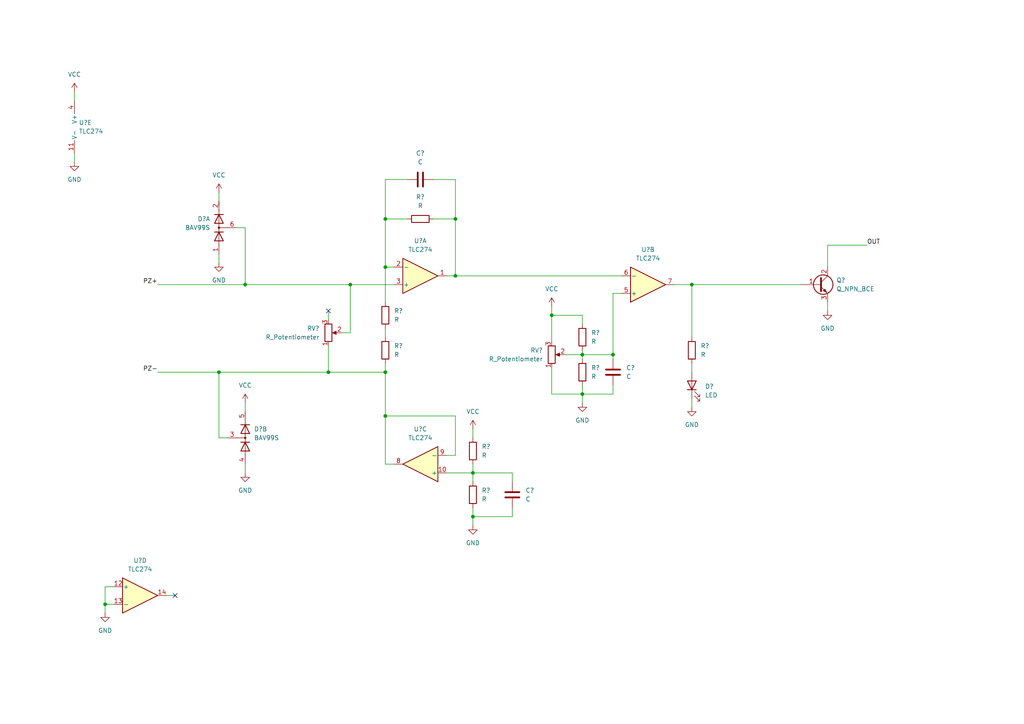
<source format=kicad_sch>
(kicad_sch (version 20211123) (generator eeschema)
  (paper "A4")
  (lib_symbols
    (symbol "Amplifier_Operational:TLC274" (pin_names (offset 0.127))
      (property "Reference" "U" (at 0 5.08 0))
      (property "Value" "TLC274" (at 0 -5.08 0))
      (symbol "TLC274_1_1"
        (polyline (pts (xy -5.08 5.08) (xy 5.08 0) (xy -5.08 -5.08) (xy -5.08 5.08)) (stroke (width 0.254)) (fill (type background)))
        (pin output line (at 7.62 0 180) (length 2.54) (name "~") (number "1"))
        (pin input line (at -7.62 -2.54 0) (length 2.54) (name "-") (number "2"))
        (pin input line (at -7.62 2.54 0) (length 2.54) (name "+") (number "3"))
      )
      (symbol "TLC274_2_1"
        (polyline (pts (xy -5.08 5.08) (xy 5.08 0) (xy -5.08 -5.08) (xy -5.08 5.08)) (stroke (width 0.254)) (fill (type background)))
        (pin input line (at -7.62 2.54 0) (length 2.54) (name "+") (number "5"))
        (pin input line (at -7.62 -2.54 0) (length 2.54) (name "-") (number "6"))
        (pin output line (at 7.62 0 180) (length 2.54) (name "~") (number "7"))
      )
      (symbol "TLC274_3_1"
        (polyline (pts (xy -5.08 5.08) (xy 5.08 0) (xy -5.08 -5.08) (xy -5.08 5.08)) (stroke (width 0.254)) (fill (type background)))
        (pin input line (at -7.62 2.54 0) (length 2.54) (name "+") (number "10"))
        (pin output line (at 7.62 0 180) (length 2.54) (name "~") (number "8"))
        (pin input line (at -7.62 -2.54 0) (length 2.54) (name "-") (number "9"))
      )
      (symbol "TLC274_4_1"
        (polyline (pts (xy -5.08 5.08) (xy 5.08 0) (xy -5.08 -5.08) (xy -5.08 5.08)) (stroke (width 0.254)) (fill (type background)))
        (pin input line (at -7.62 2.54 0) (length 2.54) (name "+") (number "12"))
        (pin input line (at -7.62 -2.54 0) (length 2.54) (name "-") (number "13"))
        (pin output line (at 7.62 0 180) (length 2.54) (name "~") (number "14"))
      )
      (symbol "TLC274_5_1"
        (pin power_in line (at -2.54 -7.62 90) (length 3.81) (name "V-") (number "11"))
        (pin power_in line (at -2.54 7.62 270) (length 3.81) (name "V+") (number "4"))
      )
    )
    (symbol "Device:C" (pin_numbers hide) (pin_names (offset 0.254))
      (property "Reference" "C" (at 0.635 2.54 0))
      (property "Value" "C" (at 0.635 -2.54 0))
      (symbol "C_0_1"
        (polyline (pts (xy -2.032 -0.762) (xy 2.032 -0.762)) (stroke (width 0.508)))
        (polyline (pts (xy -2.032 0.762) (xy 2.032 0.762)) (stroke (width 0.508)))
      )
      (symbol "C_1_1"
        (pin passive line (at 0 3.81 270) (length 2.794) (name "~") (number "1"))
        (pin passive line (at 0 -3.81 90) (length 2.794) (name "~") (number "2"))
      )
    )
    (symbol "Device:LED" (pin_numbers hide) (pin_names (offset 1.016) hide)
      (property "Reference" "D" (at 0 2.54 0))
      (property "Value" "LED" (at 0 -2.54 0))
      (symbol "LED_0_1"
        (polyline (pts (xy -1.27 -1.27) (xy -1.27 1.27)) (stroke (width 0.254)))
        (polyline (pts (xy -1.27 0) (xy 1.27 0)))
        (polyline (pts (xy 1.27 -1.27) (xy 1.27 1.27) (xy -1.27 0) (xy 1.27 -1.27)) (stroke (width 0.254)))
        (polyline (pts (xy -3.048 -0.762) (xy -4.572 -2.286) (xy -3.81 -2.286) (xy -4.572 -2.286) (xy -4.572 -1.524)))
        (polyline (pts (xy -1.778 -0.762) (xy -3.302 -2.286) (xy -2.54 -2.286) (xy -3.302 -2.286) (xy -3.302 -1.524)))
      )
      (symbol "LED_1_1"
        (pin passive line (at -3.81 0 0) (length 2.54) (name "K") (number "1"))
        (pin passive line (at 3.81 0 180) (length 2.54) (name "A") (number "2"))
      )
    )
    (symbol "Device:Q_NPN_BCE" (pin_names (offset 0) hide)
      (property "Reference" "Q" (at 5.08 1.27 0))
      (property "Value" "Q_NPN_BCE" (at 5.08 -1.27 0))
      (symbol "Q_NPN_BCE_0_1"
        (polyline (pts (xy 0.635 0.635) (xy 2.54 2.54)))
        (polyline (pts (xy 0.635 -0.635) (xy 2.54 -2.54) (xy 2.54 -2.54)))
        (polyline (pts (xy 0.635 1.905) (xy 0.635 -1.905) (xy 0.635 -1.905)) (stroke (width 0.508)))
        (polyline (pts (xy 1.27 -1.778) (xy 1.778 -1.27) (xy 2.286 -2.286) (xy 1.27 -1.778) (xy 1.27 -1.778)) (fill (type outline)))
        (circle (center 1.27 0) (radius 2.8194) (stroke (width 0.254)))
      )
      (symbol "Q_NPN_BCE_1_1"
        (pin input line (at -5.08 0 0) (length 5.715) (name "B") (number "1"))
        (pin passive line (at 2.54 5.08 270) (length 2.54) (name "C") (number "2"))
        (pin passive line (at 2.54 -5.08 90) (length 2.54) (name "E") (number "3"))
      )
    )
    (symbol "Device:R" (pin_numbers hide) (pin_names (offset 0))
      (property "Reference" "R" (at 2.032 0 90))
      (property "Value" "R" (at 0 0 90))
      (symbol "R_0_1"
        (rectangle (start -1.016 -2.54) (end 1.016 2.54) (stroke (width 0.254)))
      )
      (symbol "R_1_1"
        (pin passive line (at 0 3.81 270) (length 1.27) (name "~") (number "1"))
        (pin passive line (at 0 -3.81 90) (length 1.27) (name "~") (number "2"))
      )
    )
    (symbol "Device:R_Potentiometer" (pin_names (offset 1.016) hide)
      (property "Reference" "RV" (at -4.445 0 90))
      (property "Value" "R_Potentiometer" (at -2.54 0 90))
      (symbol "R_Potentiometer_0_1"
        (polyline (pts (xy 2.54 0) (xy 1.524 0)))
        (polyline (pts (xy 1.143 0) (xy 2.286 0.508) (xy 2.286 -0.508) (xy 1.143 0)) (fill (type outline)))
        (rectangle (start 1.016 2.54) (end -1.016 -2.54) (stroke (width 0.254)))
      )
      (symbol "R_Potentiometer_1_1"
        (pin passive line (at 0 3.81 270) (length 1.27) (name "1") (number "1"))
        (pin passive line (at 3.81 0 180) (length 1.27) (name "2") (number "2"))
        (pin passive line (at 0 -3.81 90) (length 1.27) (name "3") (number "3"))
      )
    )
    (symbol "Diode:BAV99S" (pin_names (offset 0.0254) hide)
      (property "Reference" "D" (at 0 2.54 0))
      (property "Value" "BAV99S" (at 0 5.08 0))
      (symbol "BAV99S_0_1"
        (polyline (pts (xy -5.08 0) (xy 5.08 0)))
        (polyline (pts (xy 0 0) (xy 0 -2.54)))
        (polyline (pts (xy -1.27 -1.27) (xy -1.27 1.27) (xy -1.27 1.27)) (stroke (width 0.254)))
        (polyline (pts (xy 3.81 1.27) (xy 3.81 -1.27) (xy 3.81 -1.27)) (stroke (width 0.254)))
        (polyline (pts (xy -3.81 1.27) (xy -1.27 0) (xy -3.81 -1.27) (xy -3.81 1.27) (xy -3.81 1.27) (xy -3.81 1.27)) (stroke (width 0.254)))
        (polyline (pts (xy 1.27 1.27) (xy 3.81 0) (xy 1.27 -1.27) (xy 1.27 1.27) (xy 1.27 1.27) (xy 1.27 1.27)) (stroke (width 0.254)))
        (circle (center 0 0) (radius 0.254) (fill (type outline)))
      )
      (symbol "BAV99S_1_1"
        (polyline (pts (xy 6.35 0) (xy 7.62 0)))
        (pin passive line (at -7.62 0 0) (length 2.54) (name "A1") (number "1"))
        (pin passive line (at 7.62 0 180) (length 2.54) (name "K2") (number "2"))
        (pin passive line (at 0 -5.08 90) (length 2.54) (name "K3A4") (number "6"))
      )
      (symbol "BAV99S_2_1"
        (polyline (pts (xy 6.35 0) (xy 7.62 0)))
        (pin passive line (at 0 -5.08 90) (length 2.54) (name "K1A2") (number "3"))
        (pin passive line (at -7.62 0 0) (length 2.54) (name "A3") (number "4"))
        (pin passive line (at 7.62 0 180) (length 2.54) (name "K4") (number "5"))
      )
    )
    (symbol "Etnolit:VCC" (power) (pin_names (offset 0))
      (property "Value" "VCC" (at 0 3.81 0))
      (symbol "VCC_0_1"
        (polyline (pts (xy -0.762 1.27) (xy 0 2.54)))
        (polyline (pts (xy 0 0) (xy 0 2.54)))
        (polyline (pts (xy 0 2.54) (xy 0.762 1.27)))
      )
      (symbol "VCC_1_1"
        (pin power_in line (at 0 0 90) (length 0) hide (name "VCC") (number "1"))
      )
    )
    (symbol "power:GND" (power) (pin_names (offset 0))
      (property "Value" "GND" (at 0 -3.81 0))
      (symbol "GND_0_1"
        (polyline (pts (xy 0 0) (xy 0 -1.27) (xy 1.27 -1.27) (xy 0 -2.54) (xy -1.27 -1.27) (xy 0 -1.27)))
      )
      (symbol "GND_1_1"
        (pin power_in line (at 0 0 270) (length 0) hide (name "GND") (number "1"))
      )
    )
  )
  (junction (at 111.76 120.65))
  (junction (at 111.76 63.5))
  (junction (at 200.66 82.55))
  (junction (at 71.12 82.55))
  (junction (at 111.76 107.95))
  (junction (at 177.8 102.87))
  (junction (at 30.48 175.26))
  (junction (at 101.6 82.55))
  (junction (at 168.91 114.3))
  (junction (at 160.02 91.44))
  (junction (at 132.08 63.5))
  (junction (at 132.08 80.01))
  (junction (at 168.91 102.87))
  (junction (at 137.16 137.16))
  (junction (at 95.25 107.95))
  (junction (at 137.16 149.86))
  (junction (at 63.5 107.95))
  (junction (at 111.76 77.47))
  (no_connect (at 50.8 172.72))
  (no_connect (at 95.25 90.17))
  (wire (pts (xy 21.59 44.45) (xy 21.59 46.99)))
  (wire (pts (xy 111.76 95.25) (xy 111.76 97.79)))
  (wire (pts (xy 63.5 73.66) (xy 63.5 76.2)))
  (wire (pts (xy 95.25 100.33) (xy 95.25 107.95)))
  (wire (pts (xy 111.76 105.41) (xy 111.76 107.95)))
  (wire (pts (xy 160.02 99.06) (xy 160.02 91.44)))
  (wire (pts (xy 200.66 115.57) (xy 200.66 118.11)))
  (wire (pts (xy 240.03 87.63) (xy 240.03 90.17)))
  (wire (pts (xy 71.12 82.55) (xy 101.6 82.55)))
  (wire (pts (xy 33.02 175.26) (xy 30.48 175.26)))
  (wire (pts (xy 132.08 120.65) (xy 111.76 120.65)))
  (wire (pts (xy 66.04 127) (xy 63.5 127)))
  (wire (pts (xy 137.16 149.86) (xy 137.16 147.32)))
  (wire (pts (xy 177.8 104.14) (xy 177.8 102.87)))
  (wire (pts (xy 21.59 26.67) (xy 21.59 29.21)))
  (wire (pts (xy 160.02 91.44) (xy 168.91 91.44)))
  (wire (pts (xy 160.02 106.68) (xy 160.02 114.3)))
  (wire (pts (xy 137.16 134.62) (xy 137.16 137.16)))
  (wire (pts (xy 45.72 82.55) (xy 71.12 82.55)))
  (wire (pts (xy 177.8 114.3) (xy 177.8 111.76)))
  (wire (pts (xy 168.91 114.3) (xy 168.91 116.84)))
  (wire (pts (xy 168.91 102.87) (xy 177.8 102.87)))
  (wire (pts (xy 118.11 52.07) (xy 111.76 52.07)))
  (wire (pts (xy 148.59 137.16) (xy 148.59 139.7)))
  (wire (pts (xy 200.66 105.41) (xy 200.66 107.95)))
  (wire (pts (xy 111.76 87.63) (xy 111.76 77.47)))
  (wire (pts (xy 71.12 116.84) (xy 71.12 119.38)))
  (wire (pts (xy 111.76 77.47) (xy 114.3 77.47)))
  (wire (pts (xy 95.25 107.95) (xy 63.5 107.95)))
  (wire (pts (xy 30.48 170.18) (xy 30.48 175.26)))
  (wire (pts (xy 125.73 52.07) (xy 132.08 52.07)))
  (wire (pts (xy 71.12 134.62) (xy 71.12 137.16)))
  (wire (pts (xy 168.91 91.44) (xy 168.91 93.98)))
  (wire (pts (xy 132.08 52.07) (xy 132.08 63.5)))
  (wire (pts (xy 132.08 132.08) (xy 132.08 120.65)))
  (wire (pts (xy 111.76 63.5) (xy 111.76 77.47)))
  (wire (pts (xy 163.83 102.87) (xy 168.91 102.87)))
  (wire (pts (xy 68.58 66.04) (xy 71.12 66.04)))
  (wire (pts (xy 63.5 107.95) (xy 63.5 127)))
  (wire (pts (xy 132.08 63.5) (xy 125.73 63.5)))
  (wire (pts (xy 177.8 85.09) (xy 177.8 102.87)))
  (wire (pts (xy 101.6 82.55) (xy 101.6 96.52)))
  (wire (pts (xy 195.58 82.55) (xy 200.66 82.55)))
  (wire (pts (xy 168.91 101.6) (xy 168.91 102.87)))
  (wire (pts (xy 168.91 114.3) (xy 177.8 114.3)))
  (wire (pts (xy 137.16 137.16) (xy 148.59 137.16)))
  (wire (pts (xy 160.02 114.3) (xy 168.91 114.3)))
  (wire (pts (xy 111.76 120.65) (xy 111.76 134.62)))
  (wire (pts (xy 177.8 85.09) (xy 180.34 85.09)))
  (wire (pts (xy 118.11 63.5) (xy 111.76 63.5)))
  (wire (pts (xy 168.91 102.87) (xy 168.91 104.14)))
  (wire (pts (xy 33.02 170.18) (xy 30.48 170.18)))
  (wire (pts (xy 48.26 172.72) (xy 50.8 172.72)))
  (wire (pts (xy 129.54 80.01) (xy 132.08 80.01)))
  (wire (pts (xy 101.6 82.55) (xy 114.3 82.55)))
  (wire (pts (xy 111.76 52.07) (xy 111.76 63.5)))
  (wire (pts (xy 200.66 82.55) (xy 232.41 82.55)))
  (wire (pts (xy 132.08 80.01) (xy 180.34 80.01)))
  (wire (pts (xy 251.46 71.12) (xy 240.03 71.12)))
  (wire (pts (xy 129.54 132.08) (xy 132.08 132.08)))
  (wire (pts (xy 137.16 124.46) (xy 137.16 127)))
  (wire (pts (xy 111.76 134.62) (xy 114.3 134.62)))
  (wire (pts (xy 148.59 147.32) (xy 148.59 149.86)))
  (wire (pts (xy 63.5 55.88) (xy 63.5 58.42)))
  (wire (pts (xy 200.66 82.55) (xy 200.66 97.79)))
  (wire (pts (xy 99.06 96.52) (xy 101.6 96.52)))
  (wire (pts (xy 137.16 149.86) (xy 137.16 152.4)))
  (wire (pts (xy 148.59 149.86) (xy 137.16 149.86)))
  (wire (pts (xy 132.08 80.01) (xy 132.08 63.5)))
  (wire (pts (xy 129.54 137.16) (xy 137.16 137.16)))
  (wire (pts (xy 240.03 71.12) (xy 240.03 77.47)))
  (wire (pts (xy 111.76 107.95) (xy 111.76 120.65)))
  (wire (pts (xy 30.48 175.26) (xy 30.48 177.8)))
  (wire (pts (xy 137.16 137.16) (xy 137.16 139.7)))
  (wire (pts (xy 160.02 88.9) (xy 160.02 91.44)))
  (wire (pts (xy 95.25 90.17) (xy 95.25 92.71)))
  (wire (pts (xy 168.91 111.76) (xy 168.91 114.3)))
  (wire (pts (xy 111.76 107.95) (xy 95.25 107.95)))
  (wire (pts (xy 63.5 107.95) (xy 45.72 107.95)))
  (wire (pts (xy 71.12 66.04) (xy 71.12 82.55)))
  (label "PZ-" (at 45.72 107.95 180))
  (label "PZ+" (at 45.72 82.55 180))
  (label "OUT" (at 251.46 71.12 0))
  (symbol (lib_id "Amplifier_Operational:TLC274") (at 121.92 134.62 180) (unit 3)
    (property "Reference" "U?" (at 121.92 124.46 0))
    (property "Value" "TLC274" (at 121.92 127 0))
    (property "Datasheet" "http://www.ti.com/lit/ds/symlink/tlc274.pdf" (effects hide))
  )
  (symbol (lib_id "Device:R") (at 111.76 101.6 0) (unit 1)
    (property "Reference" "R?" (at 114.3 100.3299 0) (effects (justify left)))
    (property "Value" "R" (at 114.3 102.8699 0) (effects (justify left)))
  )
  (symbol (lib_id "Device:C") (at 148.59 143.51 0) (unit 1)
    (property "Reference" "C?" (at 152.4 142.2399 0) (effects (justify left)))
    (property "Value" "C" (at 152.4 144.7799 0) (effects (justify left)))
  )
  (symbol (lib_id "Device:C") (at 177.8 107.95 180) (unit 1)
    (property "Reference" "C?" (at 181.61 106.6799 0) (effects (justify right)))
    (property "Value" "C" (at 181.61 109.2199 0) (effects (justify right)))
  )
  (symbol (lib_id "Device:R") (at 200.66 101.6 180) (unit 1)
    (property "Reference" "R?" (at 203.2 100.3299 0) (effects (justify right)))
    (property "Value" "R" (at 203.2 102.8699 0) (effects (justify right)))
  )
  (symbol (lib_id "Etnolit:VCC") (at 71.12 116.84 0) (unit 1)
    (property "Reference" "#PWR?" (effects hide))
    (property "Value" "VCC" (at 71.12 111.76 0))
  )
  (symbol (lib_id "power:GND") (at 71.12 137.16 0) (unit 1)
    (property "Reference" "#PWR?" (effects hide))
    (property "Value" "GND" (at 71.12 142.24 0))
  )
  (symbol (lib_id "Device:R") (at 168.91 107.95 180) (unit 1)
    (property "Reference" "R?" (at 171.45 106.6799 0) (effects (justify right)))
    (property "Value" "R" (at 171.45 109.2199 0) (effects (justify right)))
  )
  (symbol (lib_id "Device:R") (at 137.16 143.51 0) (unit 1)
    (property "Reference" "R?" (at 139.7 142.2399 0) (effects (justify left)))
    (property "Value" "R" (at 139.7 144.7799 0) (effects (justify left)))
  )
  (symbol (lib_id "Amplifier_Operational:TLC274") (at 40.64 172.72 0) (unit 4)
    (property "Reference" "U?" (at 40.64 162.56 0))
    (property "Value" "TLC274" (at 40.64 165.1 0))
    (property "Datasheet" "http://www.ti.com/lit/ds/symlink/tlc274.pdf" (effects hide))
  )
  (symbol (lib_id "Device:LED") (at 200.66 111.76 90) (unit 1)
    (property "Reference" "D?" (at 204.47 112.0774 90) (effects (justify right)))
    (property "Value" "LED" (at 204.47 114.6174 90) (effects (justify right)))
  )
  (symbol (lib_id "Diode:BAV99S") (at 63.5 66.04 90) (unit 1)
    (property "Reference" "D?" (at 60.96 63.4999 90) (effects (justify left)))
    (property "Value" "BAV99S" (at 60.96 66.0399 90) (effects (justify left)))
    (property "Footprint" "Package_TO_SOT_SMD:SOT-363_SC-70-6" (effects hide))
    (property "Datasheet" "https://assets.nexperia.com/documents/data-sheet/BAV99_SER.pdf" (effects hide))
  )
  (symbol (lib_id "power:GND") (at 200.66 118.11 0) (unit 1)
    (property "Reference" "#PWR?" (effects hide))
    (property "Value" "GND" (at 200.66 123.19 0))
  )
  (symbol (lib_id "Amplifier_Operational:TLC274") (at 24.13 36.83 0) (unit 5)
    (property "Reference" "U?" (at 22.86 35.5599 0) (effects (justify left)))
    (property "Value" "TLC274" (at 22.86 38.0999 0) (effects (justify left)))
    (property "Datasheet" "http://www.ti.com/lit/ds/symlink/tlc274.pdf" (effects hide))
  )
  (symbol (lib_id "Amplifier_Operational:TLC274") (at 187.96 82.55 0) (mirror x) (unit 2)
    (property "Reference" "U?" (at 187.96 72.39 0))
    (property "Value" "TLC274" (at 187.96 74.93 0))
    (property "Datasheet" "http://www.ti.com/lit/ds/symlink/tlc274.pdf" (effects hide))
  )
  (symbol (lib_id "Device:R") (at 111.76 91.44 0) (unit 1)
    (property "Reference" "R?" (at 114.3 90.1699 0) (effects (justify left)))
    (property "Value" "R" (at 114.3 92.7099 0) (effects (justify left)))
  )
  (symbol (lib_id "Device:R") (at 121.92 63.5 90) (unit 1)
    (property "Reference" "R?" (at 121.92 57.15 90))
    (property "Value" "R" (at 121.92 59.69 90))
  )
  (symbol (lib_id "Diode:BAV99S") (at 71.12 127 270) (mirror x) (unit 2)
    (property "Reference" "D?" (at 73.66 124.4599 90) (effects (justify left)))
    (property "Value" "BAV99S" (at 73.66 126.9999 90) (effects (justify left)))
    (property "Footprint" "Package_TO_SOT_SMD:SOT-363_SC-70-6" (effects hide))
    (property "Datasheet" "https://assets.nexperia.com/documents/data-sheet/BAV99_SER.pdf" (effects hide))
  )
  (symbol (lib_id "Device:R") (at 168.91 97.79 180) (unit 1)
    (property "Reference" "R?" (at 171.45 96.5199 0) (effects (justify right)))
    (property "Value" "R" (at 171.45 99.0599 0) (effects (justify right)))
  )
  (symbol (lib_id "Device:R_Potentiometer") (at 95.25 96.52 0) (mirror x) (unit 1)
    (property "Reference" "RV?" (at 92.71 95.2499 0) (effects (justify right)))
    (property "Value" "R_Potentiometer" (at 92.71 97.7899 0) (effects (justify right)))
  )
  (symbol (lib_id "power:GND") (at 21.59 46.99 0) (unit 1)
    (property "Reference" "#PWR?" (effects hide))
    (property "Value" "GND" (at 21.59 52.07 0))
  )
  (symbol (lib_id "power:GND") (at 137.16 152.4 0) (unit 1)
    (property "Reference" "#PWR?" (effects hide))
    (property "Value" "GND" (at 137.16 157.48 0))
  )
  (symbol (lib_id "power:GND") (at 240.03 90.17 0) (unit 1)
    (property "Reference" "#PWR?" (effects hide))
    (property "Value" "GND" (at 240.03 95.25 0))
  )
  (symbol (lib_id "Amplifier_Operational:TLC274") (at 121.92 80.01 0) (mirror x) (unit 1)
    (property "Reference" "U?" (at 121.92 69.85 0))
    (property "Value" "TLC274" (at 121.92 72.39 0))
    (property "Datasheet" "http://www.ti.com/lit/ds/symlink/tlc274.pdf" (effects hide))
  )
  (symbol (lib_id "Etnolit:VCC") (at 63.5 55.88 0) (unit 1)
    (property "Reference" "#PWR?" (effects hide))
    (property "Value" "VCC" (at 63.5 50.8 0))
  )
  (symbol (lib_id "power:GND") (at 63.5 76.2 0) (unit 1)
    (property "Reference" "#PWR?" (effects hide))
    (property "Value" "GND" (at 63.5 81.28 0))
  )
  (symbol (lib_id "Etnolit:VCC") (at 137.16 124.46 0) (unit 1)
    (property "Reference" "#PWR?" (effects hide))
    (property "Value" "VCC" (at 137.16 119.38 0))
  )
  (symbol (lib_id "power:GND") (at 30.48 177.8 0) (unit 1)
    (property "Reference" "#PWR?" (effects hide))
    (property "Value" "GND" (at 30.48 182.88 0))
  )
  (symbol (lib_id "power:GND") (at 168.91 116.84 0) (unit 1)
    (property "Reference" "#PWR?" (effects hide))
    (property "Value" "GND" (at 168.91 121.92 0))
  )
  (symbol (lib_id "Device:R") (at 137.16 130.81 0) (unit 1)
    (property "Reference" "R?" (at 139.7 129.5399 0) (effects (justify left)))
    (property "Value" "R" (at 139.7 132.0799 0) (effects (justify left)))
  )
  (symbol (lib_id "Device:C") (at 121.92 52.07 90) (unit 1)
    (property "Reference" "C?" (at 121.92 44.45 90))
    (property "Value" "C" (at 121.92 46.99 90))
  )
  (symbol (lib_id "Device:Q_NPN_BCE") (at 237.49 82.55 0) (unit 1)
    (property "Reference" "Q?" (at 242.57 81.2799 0) (effects (justify left)))
    (property "Value" "Q_NPN_BCE" (at 242.57 83.8199 0) (effects (justify left)))
  )
  (symbol (lib_id "Device:R_Potentiometer") (at 160.02 102.87 0) (mirror x) (unit 1)
    (property "Reference" "RV?" (at 157.48 101.5999 0) (effects (justify right)))
    (property "Value" "R_Potentiometer" (at 157.48 104.1399 0) (effects (justify right)))
  )
  (symbol (lib_id "Etnolit:VCC") (at 21.59 26.67 0) (unit 1)
    (property "Reference" "#PWR?" (effects hide))
    (property "Value" "VCC" (at 21.59 21.59 0))
  )
  (symbol (lib_id "Etnolit:VCC") (at 160.02 88.9 0) (unit 1)
    (property "Reference" "#PWR?" (effects hide))
    (property "Value" "VCC" (at 160.02 83.82 0))
  )
)
</source>
